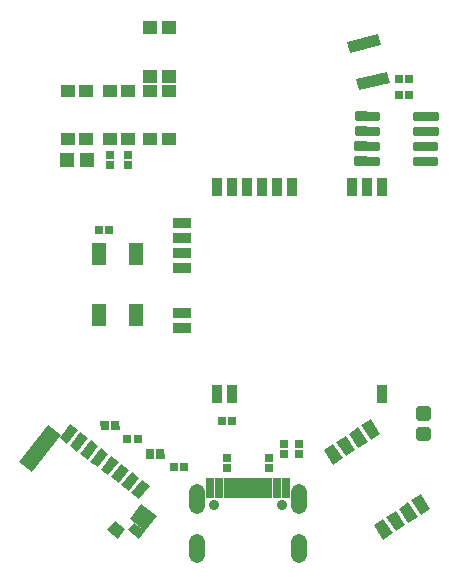
<source format=gbr>
G04 EAGLE Gerber RS-274X export*
G75*
%MOMM*%
%FSLAX34Y34*%
%LPD*%
%INSoldermask Top*%
%IPPOS*%
%AMOC8*
5,1,8,0,0,1.08239X$1,22.5*%
G01*
%ADD10R,1.303200X1.203200*%
%ADD11R,0.803200X1.653200*%
%ADD12R,0.503200X1.653200*%
%ADD13C,1.361200*%
%ADD14C,0.903200*%
%ADD15R,0.803200X0.743200*%
%ADD16R,0.914400X1.625600*%
%ADD17R,1.625600X0.914400*%
%ADD18R,0.812800X1.447800*%
%ADD19R,1.397000X3.987800*%
%ADD20R,1.651000X1.600200*%
%ADD21R,1.193800X0.812800*%
%ADD22R,1.143000X1.041400*%
%ADD23C,0.349006*%
%ADD24R,2.703200X0.953200*%
%ADD25R,1.203200X1.103200*%
%ADD26R,0.743200X0.803200*%
%ADD27R,0.963200X1.473200*%
%ADD28R,1.103200X1.203200*%
%ADD29R,1.203200X1.854200*%
%ADD30C,0.505344*%


D10*
X68190Y361950D03*
X51190Y361950D03*
D11*
X171970Y83970D03*
X179970Y83970D03*
D12*
X201970Y83970D03*
X196970Y83970D03*
X191970Y83970D03*
X186970Y83970D03*
X206970Y83970D03*
X211970Y83970D03*
X216970Y83970D03*
X221970Y83970D03*
D11*
X228970Y83970D03*
X236970Y83970D03*
D13*
X161270Y80610D02*
X161270Y69030D01*
X247670Y69030D02*
X247670Y80610D01*
X161270Y38810D02*
X161270Y27230D01*
X247670Y27230D02*
X247670Y38810D01*
D14*
X175570Y69520D03*
X233370Y69520D03*
D15*
X102870Y366270D03*
X102870Y357630D03*
X186690Y109730D03*
X186690Y101090D03*
X222250Y109730D03*
X222250Y101090D03*
X87630Y366270D03*
X87630Y357630D03*
D16*
X178474Y163990D03*
X191174Y163990D03*
X318174Y163990D03*
X178603Y339206D03*
X191303Y339206D03*
X216703Y339206D03*
X229403Y339206D03*
X242103Y339206D03*
X318303Y339206D03*
D17*
X148511Y219640D03*
X148511Y232340D03*
X148511Y270440D03*
X148511Y283140D03*
X148511Y295840D03*
X148511Y308540D03*
D16*
X204003Y339206D03*
X305603Y339206D03*
X292903Y339206D03*
D18*
G36*
X112216Y74613D02*
X105785Y79583D01*
X114638Y91037D01*
X121069Y86067D01*
X112216Y74613D01*
G37*
G36*
X103513Y81340D02*
X97082Y86310D01*
X105935Y97764D01*
X112366Y92794D01*
X103513Y81340D01*
G37*
G36*
X94809Y88066D02*
X88378Y93036D01*
X97231Y104490D01*
X103662Y99520D01*
X94809Y88066D01*
G37*
G36*
X86106Y94793D02*
X79675Y99763D01*
X88528Y111217D01*
X94959Y106247D01*
X86106Y94793D01*
G37*
G36*
X77402Y101520D02*
X70971Y106490D01*
X79824Y117944D01*
X86255Y112974D01*
X77402Y101520D01*
G37*
G36*
X68699Y108247D02*
X62268Y113217D01*
X71121Y124671D01*
X77552Y119701D01*
X68699Y108247D01*
G37*
G36*
X59995Y114974D02*
X53564Y119944D01*
X62417Y131398D01*
X68848Y126428D01*
X59995Y114974D01*
G37*
G36*
X51292Y121700D02*
X44861Y126670D01*
X53714Y138124D01*
X60145Y133154D01*
X51292Y121700D01*
G37*
D19*
G36*
X21572Y97276D02*
X10519Y105819D01*
X34904Y137370D01*
X45957Y128827D01*
X21572Y97276D01*
G37*
D20*
G36*
X117374Y47861D02*
X104312Y57957D01*
X114098Y70617D01*
X127160Y60521D01*
X117374Y47861D01*
G37*
D21*
G36*
X112109Y41108D02*
X102664Y48407D01*
X107635Y54838D01*
X117080Y47539D01*
X112109Y41108D01*
G37*
D22*
G36*
X94169Y41206D02*
X85126Y48195D01*
X91495Y56434D01*
X100538Y49445D01*
X94169Y41206D01*
G37*
D23*
X345622Y362711D02*
X363862Y362488D01*
X363808Y358047D01*
X345568Y358270D01*
X345622Y362711D01*
X345606Y361362D02*
X363848Y361362D01*
X364018Y375187D02*
X345778Y375410D01*
X364018Y375187D02*
X363964Y370746D01*
X345724Y370969D01*
X345778Y375410D01*
X345762Y374061D02*
X364004Y374061D01*
X364173Y387886D02*
X345933Y388109D01*
X364173Y387886D02*
X364119Y383445D01*
X345879Y383668D01*
X345933Y388109D01*
X345917Y386760D02*
X364159Y386760D01*
X364328Y400585D02*
X346088Y400808D01*
X364328Y400585D02*
X364274Y396144D01*
X346034Y396367D01*
X346088Y400808D01*
X346072Y399459D02*
X364314Y399459D01*
X314832Y401190D02*
X296592Y401413D01*
X314832Y401190D02*
X314778Y396749D01*
X296538Y396972D01*
X296592Y401413D01*
X296576Y400064D02*
X314818Y400064D01*
X314676Y388491D02*
X296436Y388714D01*
X314676Y388491D02*
X314622Y384050D01*
X296382Y384273D01*
X296436Y388714D01*
X296420Y387365D02*
X314662Y387365D01*
X314521Y375792D02*
X296281Y376015D01*
X314521Y375792D02*
X314467Y371351D01*
X296227Y371574D01*
X296281Y376015D01*
X296265Y374666D02*
X314507Y374666D01*
X314366Y363093D02*
X296126Y363316D01*
X314366Y363093D02*
X314312Y358652D01*
X296072Y358875D01*
X296126Y363316D01*
X296110Y361967D02*
X314352Y361967D01*
D24*
G36*
X317070Y458878D02*
X290775Y452613D01*
X288566Y461884D01*
X314861Y468149D01*
X317070Y458878D01*
G37*
G36*
X324602Y427263D02*
X298307Y420998D01*
X296098Y430269D01*
X322393Y436534D01*
X324602Y427263D01*
G37*
D25*
X51690Y420550D03*
X67690Y420550D03*
X67690Y379550D03*
X51690Y379550D03*
X121540Y420550D03*
X137540Y420550D03*
X137540Y379550D03*
X121540Y379550D03*
D26*
G36*
X87081Y133137D02*
X79651Y133033D01*
X79539Y141063D01*
X86969Y141167D01*
X87081Y133137D01*
G37*
G36*
X95721Y133257D02*
X88291Y133153D01*
X88179Y141183D01*
X95609Y141287D01*
X95721Y133257D01*
G37*
D27*
G36*
X326994Y45694D02*
X318971Y40364D01*
X310820Y52634D01*
X318843Y57964D01*
X326994Y45694D01*
G37*
G36*
X337572Y52722D02*
X329549Y47392D01*
X321398Y59662D01*
X329421Y64992D01*
X337572Y52722D01*
G37*
G36*
X284826Y109162D02*
X276803Y103832D01*
X268652Y116102D01*
X276675Y121432D01*
X284826Y109162D01*
G37*
G36*
X295404Y116190D02*
X287381Y110860D01*
X279230Y123130D01*
X287253Y128460D01*
X295404Y116190D01*
G37*
G36*
X348150Y59750D02*
X340127Y54420D01*
X331976Y66690D01*
X339999Y72020D01*
X348150Y59750D01*
G37*
G36*
X358728Y66778D02*
X350705Y61448D01*
X342554Y73718D01*
X350577Y79048D01*
X358728Y66778D01*
G37*
G36*
X305982Y123218D02*
X297959Y117888D01*
X289808Y130158D01*
X297831Y135488D01*
X305982Y123218D01*
G37*
G36*
X316560Y130246D02*
X308537Y124916D01*
X300386Y137186D01*
X308409Y142516D01*
X316560Y130246D01*
G37*
D28*
G36*
X131433Y427368D02*
X131472Y438398D01*
X143503Y438356D01*
X143464Y427326D01*
X131433Y427368D01*
G37*
G36*
X115433Y427424D02*
X115472Y438454D01*
X127503Y438412D01*
X127464Y427382D01*
X115433Y427424D01*
G37*
G36*
X115577Y468424D02*
X115616Y479454D01*
X127647Y479412D01*
X127608Y468382D01*
X115577Y468424D01*
G37*
G36*
X131577Y468368D02*
X131616Y479398D01*
X143647Y479356D01*
X143608Y468326D01*
X131577Y468368D01*
G37*
D26*
X102360Y125730D03*
X111000Y125730D03*
G36*
X125153Y109011D02*
X117723Y108959D01*
X117667Y116989D01*
X125097Y117041D01*
X125153Y109011D01*
G37*
G36*
X133793Y109071D02*
X126363Y109019D01*
X126307Y117049D01*
X133737Y117101D01*
X133793Y109071D01*
G37*
X141730Y101600D03*
X150370Y101600D03*
X78230Y302260D03*
X86870Y302260D03*
X191010Y140970D03*
X182370Y140970D03*
D29*
X77980Y230770D03*
X77980Y282310D03*
X109980Y282310D03*
X109980Y230770D03*
D30*
X349570Y133150D02*
X356550Y133150D01*
X356550Y126170D01*
X349570Y126170D01*
X349570Y133150D01*
X349570Y130970D02*
X356550Y130970D01*
X356550Y150690D02*
X349570Y150690D01*
X356550Y150690D02*
X356550Y143710D01*
X349570Y143710D01*
X349570Y150690D01*
X349570Y148510D02*
X356550Y148510D01*
D15*
X247650Y121160D03*
X247650Y112520D03*
X234950Y112520D03*
X234950Y121160D03*
D25*
X103250Y379550D03*
X87250Y379550D03*
X87250Y420550D03*
X103250Y420550D03*
D26*
X332230Y416560D03*
X340870Y416560D03*
X332230Y430530D03*
X340870Y430530D03*
M02*

</source>
